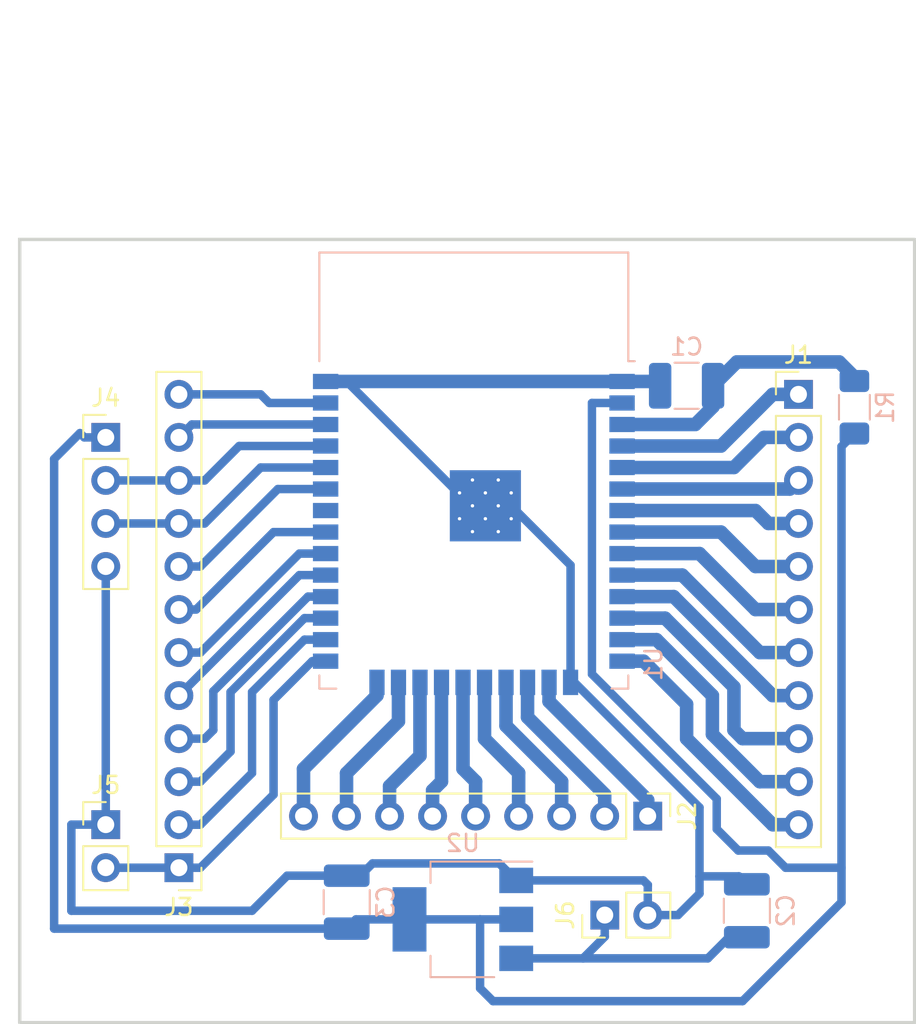
<source format=kicad_pcb>
(kicad_pcb (version 20221018) (generator pcbnew)
  (layers (0 "F.Cu" signal) (31 "B.Cu" signal) (34 "B.Paste" user) (35 "F.Paste" user) (36 "B.SilkS" user "B.Silkscreen") (37 "F.SilkS" user "F.Silkscreen") (38 "B.Mask" user) (39 "F.Mask" user) (44 "Edge.Cuts" user))
  (net 0 "")
  (net 1 "/EN")
  (net 2 "GND")
  (net 3 "/VIn")
  (net 4 "/3.3v")
  (net 6 "/VP")
  (net 7 "/VN")
  (net 8 "/34")
  (net 9 "/35")
  (net 10 "/32")
  (net 11 "/33")
  (net 12 "/25")
  (net 13 "/26")
  (net 14 "/27")
  (net 15 "/14")
  (net 16 "/12")
  (net 17 "/13")
  (net 18 "/SD2")
  (net 19 "/SD3")
  (net 20 "/CMD")
  (net 21 "/CLK")
  (net 22 "/SD0")
  (net 23 "/SD1")
  (net 24 "/15")
  (net 25 "/2")
  (net 26 "/0")
  (net 27 "/4")
  (net 28 "/16")
  (net 29 "/17")
  (net 30 "/5")
  (net 31 "/18")
  (net 32 "/19")
  (net 33 "/21")
  (net 34 "/3")
  (net 35 "/1")
  (net 36 "/22")
  (net 37 "/23")
  (footprint "Connector_PinHeader_2.54mm:PinHeader_1x09_P2.54mm_Vertical" (layer "F.Cu") (at 64.76 81.534 -90)
    (fp_text reference "J2" (at 0 -2.33 90) (layer "F.SilkS"))
    (fp_text value "Conn_01x09_Pin")
    (fp_line (start -1.33 -1.33) (end 0 -1.33) (stroke (width 0.12)) (layer "F.SilkS"))
    (fp_line (start -1.33 0) (end -1.33 -1.33) (stroke (width 0.12)) (layer "F.SilkS"))
    (fp_line (start -1.33 1.27) (end -1.33 21.65) (stroke (width 0.12)) (layer "F.SilkS"))
    (fp_line (start -1.33 1.27) (end 1.33 1.27) (stroke (width 0.12)) (layer "F.SilkS"))
    (fp_line (start -1.33 21.65) (end 1.33 21.65) (stroke (width 0.12)) (layer "F.SilkS"))
    (fp_line (start 1.33 1.27) (end 1.33 21.65) (stroke (width 0.12)) (layer "F.SilkS"))
    (pad "1" thru_hole rect (at 0 0 270) (size 1.7 1.7) (drill 1) (layers "*.Cu" "*.Mask") (net 17 "/13"))
    (pad "2" thru_hole oval (at 0 2.54 270) (size 1.7 1.7) (drill 1) (layers "*.Cu" "*.Mask") (net 18 "/SD2"))
    (pad "3" thru_hole oval (at 0 5.08 270) (size 1.7 1.7) (drill 1) (layers "*.Cu" "*.Mask") (net 19 "/SD3"))
    (pad "4" thru_hole oval (at 0 7.62 270) (size 1.7 1.7) (drill 1) (layers "*.Cu" "*.Mask") (net 20 "/CMD"))
    (pad "5" thru_hole oval (at 0 10.16 270) (size 1.7 1.7) (drill 1) (layers "*.Cu" "*.Mask") (net 21 "/CLK"))
    (pad "6" thru_hole oval (at 0 12.7 270) (size 1.7 1.7) (drill 1) (layers "*.Cu" "*.Mask") (net 22 "/SD0"))
    (pad "7" thru_hole oval (at 0 15.24 270) (size 1.7 1.7) (drill 1) (layers "*.Cu" "*.Mask") (net 23 "/SD1"))
    (pad "8" thru_hole oval (at 0 17.78 270) (size 1.7 1.7) (drill 1) (layers "*.Cu" "*.Mask") (net 24 "/15"))
    (pad "9" thru_hole oval (at 0 20.32 270) (size 1.7 1.7) (drill 1) (layers "*.Cu" "*.Mask") (net 25 "/2"))
  )
  (footprint "Connector_PinHeader_2.54mm:PinHeader_1x11_P2.54mm_Vertical" (layer "F.Cu") (at 73.66 56.642)
    (fp_text reference "J1" (at 0 -2.33) (layer "F.SilkS"))
    (fp_text value "Conn_01x11_Pin")
    (fp_line (start -1.33 -1.33) (end 0 -1.33) (stroke (width 0.12)) (layer "F.SilkS"))
    (fp_line (start -1.33 0) (end -1.33 -1.33) (stroke (width 0.12)) (layer "F.SilkS"))
    (fp_line (start -1.33 1.27) (end -1.33 26.73) (stroke (width 0.12)) (layer "F.SilkS"))
    (fp_line (start -1.33 1.27) (end 1.33 1.27) (stroke (width 0.12)) (layer "F.SilkS"))
    (fp_line (start -1.33 26.73) (end 1.33 26.73) (stroke (width 0.12)) (layer "F.SilkS"))
    (fp_line (start 1.33 1.27) (end 1.33 26.73) (stroke (width 0.12)) (layer "F.SilkS"))
    (pad "1" thru_hole rect (at 0 0) (size 1.7 1.7) (drill 1) (layers "*.Cu" "*.Mask") (net 6 "/VP"))
    (pad "2" thru_hole oval (at 0 2.54) (size 1.7 1.7) (drill 1) (layers "*.Cu" "*.Mask") (net 7 "/VN"))
    (pad "3" thru_hole oval (at 0 5.08) (size 1.7 1.7) (drill 1) (layers "*.Cu" "*.Mask") (net 8 "/34"))
    (pad "4" thru_hole oval (at 0 7.62) (size 1.7 1.7) (drill 1) (layers "*.Cu" "*.Mask") (net 9 "/35"))
    (pad "5" thru_hole oval (at 0 10.16) (size 1.7 1.7) (drill 1) (layers "*.Cu" "*.Mask") (net 10 "/32"))
    (pad "6" thru_hole oval (at 0 12.7) (size 1.7 1.7) (drill 1) (layers "*.Cu" "*.Mask") (net 11 "/33"))
    (pad "7" thru_hole oval (at 0 15.24) (size 1.7 1.7) (drill 1) (layers "*.Cu" "*.Mask") (net 12 "/25"))
    (pad "8" thru_hole oval (at 0 17.78) (size 1.7 1.7) (drill 1) (layers "*.Cu" "*.Mask") (net 13 "/26"))
    (pad "9" thru_hole oval (at 0 20.32) (size 1.7 1.7) (drill 1) (layers "*.Cu" "*.Mask") (net 14 "/27"))
    (pad "10" thru_hole oval (at 0 22.86) (size 1.7 1.7) (drill 1) (layers "*.Cu" "*.Mask") (net 15 "/14"))
    (pad "11" thru_hole oval (at 0 25.4) (size 1.7 1.7) (drill 1) (layers "*.Cu" "*.Mask") (net 16 "/12"))
  )
  (footprint "Connector_PinHeader_2.54mm:PinHeader_1x02_P2.54mm_Vertical" (layer "F.Cu") (at 32.766 82.037)
    (fp_text reference "J5" (at 0 -2.33) (layer "F.SilkS"))
    (fp_text value "Conn_01x02_Pin")
    (fp_line (start -1.33 -1.33) (end 0 -1.33) (stroke (width 0.12)) (layer "F.SilkS"))
    (fp_line (start -1.33 0) (end -1.33 -1.33) (stroke (width 0.12)) (layer "F.SilkS"))
    (fp_line (start -1.33 1.27) (end -1.33 3.87) (stroke (width 0.12)) (layer "F.SilkS"))
    (fp_line (start -1.33 1.27) (end 1.33 1.27) (stroke (width 0.12)) (layer "F.SilkS"))
    (fp_line (start -1.33 3.87) (end 1.33 3.87) (stroke (width 0.12)) (layer "F.SilkS"))
    (fp_line (start 1.33 1.27) (end 1.33 3.87) (stroke (width 0.12)) (layer "F.SilkS"))
    (pad "1" thru_hole rect (at 0 0) (size 1.7 1.7) (drill 1) (layers "*.Cu" "*.Mask") (net 2 "GND"))
    (pad "2" thru_hole oval (at 0 2.54) (size 1.7 1.7) (drill 1) (layers "*.Cu" "*.Mask") (net 26 "/0"))
  )
  (footprint "Connector_PinHeader_2.54mm:PinHeader_1x12_P2.54mm_Vertical" (layer "F.Cu") (at 37.084 84.582 180)
    (fp_text reference "J3" (at 0 -2.33) (layer "F.SilkS"))
    (fp_text value "Conn_01x12_Pin")
    (fp_line (start -1.33 -1.33) (end 0 -1.33) (stroke (width 0.12)) (layer "F.SilkS"))
    (fp_line (start -1.33 0) (end -1.33 -1.33) (stroke (width 0.12)) (layer "F.SilkS"))
    (fp_line (start -1.33 1.27) (end -1.33 29.27) (stroke (width 0.12)) (layer "F.SilkS"))
    (fp_line (start -1.33 1.27) (end 1.33 1.27) (stroke (width 0.12)) (layer "F.SilkS"))
    (fp_line (start -1.33 29.27) (end 1.33 29.27) (stroke (width 0.12)) (layer "F.SilkS"))
    (fp_line (start 1.33 1.27) (end 1.33 29.27) (stroke (width 0.12)) (layer "F.SilkS"))
    (pad "1" thru_hole rect (at 0 0 180) (size 1.7 1.7) (drill 1) (layers "*.Cu" "*.Mask") (net 26 "/0"))
    (pad "2" thru_hole oval (at 0 2.54 180) (size 1.7 1.7) (drill 1) (layers "*.Cu" "*.Mask") (net 27 "/4"))
    (pad "3" thru_hole oval (at 0 5.08 180) (size 1.7 1.7) (drill 1) (layers "*.Cu" "*.Mask") (net 28 "/16"))
    (pad "4" thru_hole oval (at 0 7.62 180) (size 1.7 1.7) (drill 1) (layers "*.Cu" "*.Mask") (net 29 "/17"))
    (pad "5" thru_hole oval (at 0 10.16 180) (size 1.7 1.7) (drill 1) (layers "*.Cu" "*.Mask") (net 30 "/5"))
    (pad "6" thru_hole oval (at 0 12.7 180) (size 1.7 1.7) (drill 1) (layers "*.Cu" "*.Mask") (net 31 "/18"))
    (pad "7" thru_hole oval (at 0 15.24 180) (size 1.7 1.7) (drill 1) (layers "*.Cu" "*.Mask") (net 32 "/19"))
    (pad "8" thru_hole oval (at 0 17.78 180) (size 1.7 1.7) (drill 1) (layers "*.Cu" "*.Mask") (net 33 "/21"))
    (pad "9" thru_hole oval (at 0 20.32 180) (size 1.7 1.7) (drill 1) (layers "*.Cu" "*.Mask") (net 34 "/3"))
    (pad "10" thru_hole oval (at 0 22.86 180) (size 1.7 1.7) (drill 1) (layers "*.Cu" "*.Mask") (net 35 "/1"))
    (pad "11" thru_hole oval (at 0 25.4 180) (size 1.7 1.7) (drill 1) (layers "*.Cu" "*.Mask") (net 36 "/22"))
    (pad "12" thru_hole oval (at 0 27.94 180) (size 1.7 1.7) (drill 1) (layers "*.Cu" "*.Mask") (net 37 "/23"))
  )
  (footprint "Connector_PinHeader_2.54mm:PinHeader_1x04_P2.54mm_Vertical" (layer "F.Cu") (at 32.766 59.182)
    (fp_text reference "J4" (at 0 -2.33) (layer "F.SilkS"))
    (fp_text value "Conn_01x04_Pin")
    (fp_line (start -1.33 -1.33) (end 0 -1.33) (stroke (width 0.12)) (layer "F.SilkS"))
    (fp_line (start -1.33 0) (end -1.33 -1.33) (stroke (width 0.12)) (layer "F.SilkS"))
    (fp_line (start -1.33 1.27) (end -1.33 8.95) (stroke (width 0.12)) (layer "F.SilkS"))
    (fp_line (start -1.33 1.27) (end 1.33 1.27) (stroke (width 0.12)) (layer "F.SilkS"))
    (fp_line (start -1.33 8.95) (end 1.33 8.95) (stroke (width 0.12)) (layer "F.SilkS"))
    (fp_line (start 1.33 1.27) (end 1.33 8.95) (stroke (width 0.12)) (layer "F.SilkS"))
    (pad "1" thru_hole rect (at 0 0) (size 1.7 1.7) (drill 1) (layers "*.Cu" "*.Mask") (net 4 "/3.3v"))
    (pad "2" thru_hole oval (at 0 2.54) (size 1.7 1.7) (drill 1) (layers "*.Cu" "*.Mask") (net 35 "/1"))
    (pad "3" thru_hole oval (at 0 5.08) (size 1.7 1.7) (drill 1) (layers "*.Cu" "*.Mask") (net 34 "/3"))
    (pad "4" thru_hole oval (at 0 7.62) (size 1.7 1.7) (drill 1) (layers "*.Cu" "*.Mask") (net 2 "GND"))
  )
  (footprint "Connector_PinHeader_2.54mm:PinHeader_1x02_P2.54mm_Vertical" (layer "F.Cu") (at 62.225 87.376 90)
    (fp_text reference "J6" (at 0 -2.33 90) (layer "F.SilkS"))
    (fp_text value "Conn_01x02_Pin")
    (fp_line (start -1.33 -1.33) (end 0 -1.33) (stroke (width 0.12)) (layer "F.SilkS"))
    (fp_line (start -1.33 0) (end -1.33 -1.33) (stroke (width 0.12)) (layer "F.SilkS"))
    (fp_line (start -1.33 1.27) (end -1.33 3.87) (stroke (width 0.12)) (layer "F.SilkS"))
    (fp_line (start -1.33 1.27) (end 1.33 1.27) (stroke (width 0.12)) (layer "F.SilkS"))
    (fp_line (start -1.33 3.87) (end 1.33 3.87) (stroke (width 0.12)) (layer "F.SilkS"))
    (fp_line (start 1.33 1.27) (end 1.33 3.87) (stroke (width 0.12)) (layer "F.SilkS"))
    (pad "1" thru_hole rect (at 0 0 90) (size 1.7 1.7) (drill 1) (layers "*.Cu" "*.Mask") (net 3 "/VIn"))
    (pad "2" thru_hole oval (at 0 2.54 90) (size 1.7 1.7) (drill 1) (layers "*.Cu" "*.Mask") (net 2 "GND"))
  )
  (footprint "Capacitor_SMD:C_1210_3225Metric_Pad1.33x2.70mm_HandSolder" (layer "B.Cu") (at 67.056 56.134 180)
    (fp_text reference "C1" (at 0 2.3) (layer "B.SilkS") (effects (justify mirror)))
    (fp_text value "1uf")
    (fp_line (start -0.711252 -1.36) (end 0.711252 -1.36) (stroke (width 0.12)) (layer "B.SilkS"))
    (fp_line (start -0.711252 1.36) (end 0.711252 1.36) (stroke (width 0.12)) (layer "B.SilkS"))
    (pad "1" smd roundrect (at -1.5625 0 180) (size 1.325 2.7) (layers "B.Cu" "B.Paste" "B.Mask") (roundrect_rratio 0.188679) (net 1 "/EN"))
    (pad "2" smd roundrect (at 1.5625 0 180) (size 1.325 2.7) (layers "B.Cu" "B.Paste" "B.Mask") (roundrect_rratio 0.188679) (net 2 "GND"))
  )
  (footprint "Resistor_SMD:R_1206_3216Metric_Pad1.30x1.75mm_HandSolder" (layer "B.Cu") (at 76.962 57.404 90)
    (fp_text reference "R1" (at 0 1.82 90) (layer "B.SilkS") (effects (justify mirror)))
    (fp_text value "10k")
    (fp_line (start -0.727064 -0.91) (end 0.727064 -0.91) (stroke (width 0.12)) (layer "B.SilkS"))
    (fp_line (start -0.727064 0.91) (end 0.727064 0.91) (stroke (width 0.12)) (layer "B.SilkS"))
    (pad "1" smd roundrect (at -1.55 0 90) (size 1.3 1.75) (layers "B.Cu" "B.Paste" "B.Mask") (roundrect_rratio 0.192308) (net 4 "/3.3v"))
    (pad "2" smd roundrect (at 1.55 0 90) (size 1.3 1.75) (layers "B.Cu" "B.Paste" "B.Mask") (roundrect_rratio 0.192308) (net 1 "/EN"))
  )
  (footprint "Capacitor_SMD:C_1210_3225Metric_Pad1.33x2.70mm_HandSolder" (layer "B.Cu") (at 46.99 86.614 90)
    (fp_text reference "C3" (at 0 2.3 90) (layer "B.SilkS") (effects (justify mirror)))
    (fp_text value "C_Polarized")
    (fp_line (start -0.711252 -1.36) (end 0.711252 -1.36) (stroke (width 0.12)) (layer "B.SilkS"))
    (fp_line (start -0.711252 1.36) (end 0.711252 1.36) (stroke (width 0.12)) (layer "B.SilkS"))
    (pad "1" smd roundrect (at -1.5625 0 90) (size 1.325 2.7) (layers "B.Cu" "B.Paste" "B.Mask") (roundrect_rratio 0.188679) (net 4 "/3.3v"))
    (pad "2" smd roundrect (at 1.5625 0 90) (size 1.325 2.7) (layers "B.Cu" "B.Paste" "B.Mask") (roundrect_rratio 0.188679) (net 2 "GND"))
  )
  (footprint "Capacitor_SMD:C_1210_3225Metric_Pad1.33x2.70mm_HandSolder" (layer "B.Cu") (at 70.612 87.122 90)
    (fp_text reference "C2" (at 0 2.3 90) (layer "B.SilkS") (effects (justify mirror)))
    (fp_text value "C_Polarized")
    (fp_line (start -0.711252 -1.36) (end 0.711252 -1.36) (stroke (width 0.12)) (layer "B.SilkS"))
    (fp_line (start -0.711252 1.36) (end 0.711252 1.36) (stroke (width 0.12)) (layer "B.SilkS"))
    (pad "1" smd roundrect (at -1.5625 0 90) (size 1.325 2.7) (layers "B.Cu" "B.Paste" "B.Mask") (roundrect_rratio 0.188679) (net 3 "/VIn"))
    (pad "2" smd roundrect (at 1.5625 0 90) (size 1.325 2.7) (layers "B.Cu" "B.Paste" "B.Mask") (roundrect_rratio 0.188679) (net 2 "GND"))
  )
  (footprint "Package_TO_SOT_SMD:SOT-223-3_TabPin2" (layer "B.Cu") (at 53.848 87.63 180)
    (fp_text reference "U2" (at 0 4.5) (layer "B.SilkS") (effects (justify mirror)))
    (fp_text value "AMS1117-3.3")
    (fp_line (start -4.1 3.41) (end 1.91 3.41) (stroke (width 0.12)) (layer "B.SilkS"))
    (fp_line (start -1.85 -3.41) (end 1.91 -3.41) (stroke (width 0.12)) (layer "B.SilkS"))
    (fp_line (start 1.91 -3.41) (end 1.91 -2.15) (stroke (width 0.12)) (layer "B.SilkS"))
    (fp_line (start 1.91 3.41) (end 1.91 2.15) (stroke (width 0.12)) (layer "B.SilkS"))
    (pad "1" smd rect (at -3.15 2.3 180) (size 2 1.5) (layers "B.Cu" "B.Paste" "B.Mask") (net 2 "GND"))
    (pad "2" smd rect (at -3.15 0 180) (size 2 1.5) (layers "B.Cu" "B.Paste" "B.Mask") (net 4 "/3.3v"))
    (pad "2" smd rect (at 3.15 0 180) (size 2 3.8) (layers "B.Cu" "B.Paste" "B.Mask") (net 4 "/3.3v"))
    (pad "3" smd rect (at -3.15 -2.3 180) (size 2 1.5) (layers "B.Cu" "B.Paste" "B.Mask") (net 3 "/VIn"))
  )
  (footprint "RF_Module:ESP32-WROOM-32" (layer "B.Cu") (at 54.496 64.13 180)
    (fp_text reference "U1" (at -10.61 -8.43 90) (layer "B.SilkS") (effects (justify mirror)))
    (fp_text value "ESP32-WROOM-32")
    (fp_line (start -9.12 -9.88) (end -8.12 -9.88) (stroke (width 0.12)) (layer "B.SilkS"))
    (fp_line (start -9.12 -9.1) (end -9.12 -9.88) (stroke (width 0.12)) (layer "B.SilkS"))
    (fp_line (start -9.12 9.445) (end -9.5 9.445) (stroke (width 0.12)) (layer "B.SilkS"))
    (fp_line (start -9.12 15.86) (end -9.12 9.445) (stroke (width 0.12)) (layer "B.SilkS"))
    (fp_line (start -9.12 15.86) (end 9.12 15.86) (stroke (width 0.12)) (layer "B.SilkS"))
    (fp_line (start 9.12 -9.88) (end 8.12 -9.88) (stroke (width 0.12)) (layer "B.SilkS"))
    (fp_line (start 9.12 -9.1) (end 9.12 -9.88) (stroke (width 0.12)) (layer "B.SilkS"))
    (fp_line (start 9.12 15.86) (end 9.12 9.445) (stroke (width 0.12)) (layer "B.SilkS"))
    (pad "1" smd rect (at -8.75 8.25 180) (size 1.5 0.9) (layers "B.Cu" "B.Paste" "B.Mask") (net 2 "GND"))
    (pad "2" smd rect (at -8.75 6.98 180) (size 1.5 0.9) (layers "B.Cu" "B.Paste" "B.Mask") (net 4 "/3.3v"))
    (pad "3" smd rect (at -8.75 5.71 180) (size 1.5 0.9) (layers "B.Cu" "B.Paste" "B.Mask") (net 1 "/EN"))
    (pad "4" smd rect (at -8.75 4.44 180) (size 1.5 0.9) (layers "B.Cu" "B.Paste" "B.Mask") (net 6 "/VP"))
    (pad "5" smd rect (at -8.75 3.17 180) (size 1.5 0.9) (layers "B.Cu" "B.Paste" "B.Mask") (net 7 "/VN"))
    (pad "6" smd rect (at -8.75 1.9 180) (size 1.5 0.9) (layers "B.Cu" "B.Paste" "B.Mask") (net 8 "/34"))
    (pad "7" smd rect (at -8.75 0.63 180) (size 1.5 0.9) (layers "B.Cu" "B.Paste" "B.Mask") (net 9 "/35"))
    (pad "8" smd rect (at -8.75 -0.64 180) (size 1.5 0.9) (layers "B.Cu" "B.Paste" "B.Mask") (net 10 "/32"))
    (pad "9" smd rect (at -8.75 -1.91 180) (size 1.5 0.9) (layers "B.Cu" "B.Paste" "B.Mask") (net 11 "/33"))
    (pad "10" smd rect (at -8.75 -3.18 180) (size 1.5 0.9) (layers "B.Cu" "B.Paste" "B.Mask") (net 12 "/25"))
    (pad "11" smd rect (at -8.75 -4.45 180) (size 1.5 0.9) (layers "B.Cu" "B.Paste" "B.Mask") (net 13 "/26"))
    (pad "12" smd rect (at -8.75 -5.72 180) (size 1.5 0.9) (layers "B.Cu" "B.Paste" "B.Mask") (net 14 "/27"))
    (pad "13" smd rect (at -8.75 -6.99 180) (size 1.5 0.9) (layers "B.Cu" "B.Paste" "B.Mask") (net 15 "/14"))
    (pad "14" smd rect (at -8.75 -8.26 180) (size 1.5 0.9) (layers "B.Cu" "B.Paste" "B.Mask") (net 16 "/12"))
    (pad "15" smd rect (at -5.71 -9.51 90) (size 1.5 0.9) (layers "B.Cu" "B.Paste" "B.Mask") (net 2 "GND"))
    (pad "16" smd rect (at -4.44 -9.51 90) (size 1.5 0.9) (layers "B.Cu" "B.Paste" "B.Mask") (net 17 "/13"))
    (pad "17" smd rect (at -3.17 -9.51 90) (size 1.5 0.9) (layers "B.Cu" "B.Paste" "B.Mask") (net 18 "/SD2"))
    (pad "18" smd rect (at -1.9 -9.51 90) (size 1.5 0.9) (layers "B.Cu" "B.Paste" "B.Mask") (net 19 "/SD3"))
    (pad "19" smd rect (at -0.63 -9.51 90) (size 1.5 0.9) (layers "B.Cu" "B.Paste" "B.Mask") (net 20 "/CMD"))
    (pad "20" smd rect (at 0.64 -9.51 90) (size 1.5 0.9) (layers "B.Cu" "B.Paste" "B.Mask") (net 21 "/CLK"))
    (pad "21" smd rect (at 1.91 -9.51 90) (size 1.5 0.9) (layers "B.Cu" "B.Paste" "B.Mask") (net 22 "/SD0"))
    (pad "22" smd rect (at 3.18 -9.51 90) (size 1.5 0.9) (layers "B.Cu" "B.Paste" "B.Mask") (net 23 "/SD1"))
    (pad "23" smd rect (at 4.45 -9.51 90) (size 1.5 0.9) (layers "B.Cu" "B.Paste" "B.Mask") (net 24 "/15"))
    (pad "24" smd rect (at 5.72 -9.51 90) (size 1.5 0.9) (layers "B.Cu" "B.Paste" "B.Mask") (net 25 "/2"))
    (pad "25" smd rect (at 8.75 -8.26 180) (size 1.5 0.9) (layers "B.Cu" "B.Paste" "B.Mask") (net 26 "/0"))
    (pad "26" smd rect (at 8.75 -6.99 180) (size 1.5 0.9) (layers "B.Cu" "B.Paste" "B.Mask") (net 27 "/4"))
    (pad "27" smd rect (at 8.75 -5.72 180) (size 1.5 0.9) (layers "B.Cu" "B.Paste" "B.Mask") (net 28 "/16"))
    (pad "28" smd rect (at 8.75 -4.45 180) (size 1.5 0.9) (layers "B.Cu" "B.Paste" "B.Mask") (net 29 "/17"))
    (pad "29" smd rect (at 8.75 -3.18 180) (size 1.5 0.9) (layers "B.Cu" "B.Paste" "B.Mask") (net 30 "/5"))
    (pad "30" smd rect (at 8.75 -1.91 180) (size 1.5 0.9) (layers "B.Cu" "B.Paste" "B.Mask") (net 31 "/18"))
    (pad "31" smd rect (at 8.75 -0.64 180) (size 1.5 0.9) (layers "B.Cu" "B.Paste" "B.Mask") (net 32 "/19"))
    (pad "32" smd rect (at 8.75 0.63 180) (size 1.5 0.9) (layers "B.Cu" "B.Paste" "B.Mask"))
    (pad "33" smd rect (at 8.75 1.9 180) (size 1.5 0.9) (layers "B.Cu" "B.Paste" "B.Mask") (net 33 "/21"))
    (pad "34" smd rect (at 8.75 3.17 180) (size 1.5 0.9) (layers "B.Cu" "B.Paste" "B.Mask") (net 34 "/3"))
    (pad "35" smd rect (at 8.75 4.44 180) (size 1.5 0.9) (layers "B.Cu" "B.Paste" "B.Mask") (net 35 "/1"))
    (pad "36" smd rect (at 8.75 5.71 180) (size 1.5 0.9) (layers "B.Cu" "B.Paste" "B.Mask") (net 36 "/22"))
    (pad "37" smd rect (at 8.75 6.98 180) (size 1.5 0.9) (layers "B.Cu" "B.Paste" "B.Mask") (net 37 "/23"))
    (pad "38" smd rect (at 8.75 8.25 180) (size 1.5 0.9) (layers "B.Cu" "B.Paste" "B.Mask") (net 2 "GND"))
    (pad "39" smd rect (at -2.205 -0.615 180) (size 1.05 1.05) (layers "B.Cu" "B.Paste") (net 2 "GND"))
    (pad "39" thru_hole circle (at -2.205 0.1475 180) (size 0.6 0.6) (drill 0.2) (property pad_prop_heatsink) (layers "*.Cu" "B.Mask") (net 2 "GND"))
    (pad "39" smd rect (at -2.205 0.91 180) (size 1.05 1.05) (layers "B.Cu" "B.Paste") (net 2 "GND"))
    (pad "39" thru_hole circle (at -2.205 1.6725 180) (size 0.6 0.6) (drill 0.2) (property pad_prop_heatsink) (layers "*.Cu" "B.Mask") (net 2 "GND"))
    (pad "39" smd rect (at -2.205 2.435 180) (size 1.05 1.05) (layers "B.Cu" "B.Paste") (net 2 "GND"))
    (pad "39" thru_hole circle (at -1.4425 -0.615 180) (size 0.6 0.6) (drill 0.2) (property pad_prop_heatsink) (layers "*.Cu" "B.Mask") (net 2 "GND"))
    (pad "39" thru_hole circle (at -1.4425 0.91 180) (size 0.6 0.6) (drill 0.2) (property pad_prop_heatsink) (layers "*.Cu" "B.Mask") (net 2 "GND"))
    (pad "39" thru_hole circle (at -1.4425 2.435 180) (size 0.6 0.6) (drill 0.2) (property pad_prop_heatsink) (layers "*.Cu" "B.Mask") (net 2 "GND"))
    (pad "39" smd rect (at -0.68 -0.615 180) (size 1.05 1.05) (layers "B.Cu" "B.Paste") (net 2 "GND"))
    (pad "39" thru_hole circle (at -0.68 0.1475 180) (size 0.6 0.6) (drill 0.2) (property pad_prop_heatsink) (layers "*.Cu" "B.Mask") (net 2 "GND"))
    (pad "39" smd rect (at -0.68 0.91 180) (size 1.05 1.05) (layers "B.Cu" "B.Paste") (net 2 "GND"))
    (pad "39" smd rect (at -0.68 0.91 180) (size 4.2 4.2) (layers "B.Cu" "B.Mask") (net 2 "GND"))
    (pad "39" thru_hole circle (at -0.68 1.6725 180) (size 0.6 0.6) (drill 0.2) (property pad_prop_heatsink) (layers "*.Cu" "B.Mask") (net 2 "GND"))
    (pad "39" smd rect (at -0.68 2.435 180) (size 1.05 1.05) (layers "B.Cu" "B.Paste") (net 2 "GND"))
    (pad "39" thru_hole circle (at 0.0825 -0.615 180) (size 0.6 0.6) (drill 0.2) (property pad_prop_heatsink) (layers "*.Cu" "B.Mask") (net 2 "GND"))
    (pad "39" thru_hole circle (at 0.0825 0.91 180) (size 0.6 0.6) (drill 0.2) (property pad_prop_heatsink) (layers "*.Cu" "B.Mask") (net 2 "GND"))
    (pad "39" thru_hole circle (at 0.0825 2.435 180) (size 0.6 0.6) (drill 0.2) (property pad_prop_heatsink) (layers "*.Cu" "B.Mask") (net 2 "GND"))
    (pad "39" smd rect (at 0.845 -0.615 180) (size 1.05 1.05) (layers "B.Cu" "B.Paste") (net 2 "GND"))
    (pad "39" thru_hole circle (at 0.845 0.1475 180) (size 0.6 0.6) (drill 0.2) (property pad_prop_heatsink) (layers "*.Cu" "B.Mask") (net 2 "GND"))
    (pad "39" smd rect (at 0.845 0.91 180) (size 1.05 1.05) (layers "B.Cu" "B.Paste") (net 2 "GND"))
    (pad "39" thru_hole circle (at 0.845 1.6725 180) (size 0.6 0.6) (drill 0.2) (property pad_prop_heatsink) (layers "*.Cu" "B.Mask") (net 2 "GND"))
    (pad "39" smd rect (at 0.845 2.435 180) (size 1.05 1.05) (layers "B.Cu" "B.Paste") (net 2 "GND"))
  )
  (gr_rect (start 27.686 47.498) (end 80.518 93.726) (stroke (width 0.2)) (fill none) (layer "Edge.Cuts"))
  (segment (start 76.066 54.73) (end 76.962 55.626) (width 0.8) (layer "B.Cu") (net 1))
  (segment (start 67.564 58.42) (end 68.6185 57.3655) (width 0.8) (layer "B.Cu") (net 1))
  (segment (start 68.6185 56.134) (end 70.0225 54.73) (width 0.8) (layer "B.Cu") (net 1))
  (segment (start 63.246 58.42) (end 67.564 58.42) (width 0.8) (layer "B.Cu") (net 1))
  (segment (start 68.6185 57.3655) (end 68.6185 56.134) (width 0.8) (layer "B.Cu") (net 1))
  (segment (start 76.962 55.626) (end 76.962 55.854) (width 0.8) (layer "B.Cu") (net 1))
  (segment (start 70.0225 54.73) (end 76.066 54.73) (width 0.8) (layer "B.Cu") (net 1))
  (segment (start 46.99 85.0515) (end 43.4725 85.0515) (width 0.5) (layer "B.Cu") (net 2))
  (segment (start 64.765 87.376) (end 64.765 85.603) (width 0.5) (layer "B.Cu") (net 2))
  (segment (start 32.766 66.802) (end 32.766 82.037) (width 0.5) (layer "B.Cu") (net 2))
  (segment (start 64.77 85.598) (end 64.502 85.33) (width 0.5) (layer "B.Cu") (net 2))
  (segment (start 64.765 85.603) (end 64.77 85.598) (width 0.5) (layer "B.Cu") (net 2))
  (segment (start 30.734 87.122) (end 30.734 82.042) (width 0.5) (layer "B.Cu") (net 2))
  (segment (start 45.746 55.88) (end 46.99 55.88) (width 0.5) (layer "B.Cu") (net 2))
  (segment (start 60.206 66.725) (end 56.701 63.22) (width 0.5) (layer "B.Cu") (net 2))
  (segment (start 60.432 73.64) (end 60.206 73.64) (width 0.5) (layer "B.Cu") (net 2))
  (segment (start 67.818 85.09) (end 70.1425 85.09) (width 0.5) (layer "B.Cu") (net 2))
  (segment (start 43.4725 85.0515) (end 41.402 87.122) (width 0.5) (layer "B.Cu") (net 2))
  (segment (start 60.206 73.64) (end 60.206 66.725) (width 0.5) (layer "B.Cu") (net 2))
  (segment (start 46.99 55.88) (end 54.33 63.22) (width 0.5) (layer "B.Cu") (net 2))
  (segment (start 55.996 84.328) (end 56.998 85.33) (width 0.5) (layer "B.Cu") (net 2))
  (segment (start 46.99 85.0515) (end 47.7905 85.0515) (width 0.5) (layer "B.Cu") (net 2))
  (segment (start 64.765 87.376) (end 66.548 87.376) (width 0.5) (layer "B.Cu") (net 2))
  (segment (start 67.818 81.026) (end 60.432 73.64) (width 0.5) (layer "B.Cu") (net 2))
  (segment (start 48.514 84.328) (end 55.996 84.328) (width 0.5) (layer "B.Cu") (net 2))
  (segment (start 41.402 87.122) (end 30.734 87.122) (width 0.5) (layer "B.Cu") (net 2))
  (segment (start 67.818 85.09) (end 67.818 81.026) (width 0.5) (layer "B.Cu") (net 2))
  (segment (start 30.734 82.042) (end 30.739 82.037) (width 0.5) (layer "B.Cu") (net 2))
  (segment (start 30.739 82.037) (end 32.766 82.037) (width 0.5) (layer "B.Cu") (net 2))
  (segment (start 54.33 63.22) (end 55.176 63.22) (width 0.5) (layer "B.Cu") (net 2))
  (segment (start 70.1425 85.09) (end 70.612 85.5595) (width 0.5) (layer "B.Cu") (net 2))
  (segment (start 65.2395 55.88) (end 63.246 55.88) (width 0.8) (layer "B.Cu") (net 2))
  (segment (start 63.246 55.88) (end 45.746 55.88) (width 0.8) (layer "B.Cu") (net 2))
  (segment (start 66.548 87.376) (end 67.818 86.106) (width 0.5) (layer "B.Cu") (net 2))
  (segment (start 67.818 86.106) (end 67.818 85.09) (width 0.5) (layer "B.Cu") (net 2))
  (segment (start 47.7905 85.0515) (end 48.514 84.328) (width 0.5) (layer "B.Cu") (net 2))
  (segment (start 65.4935 56.134) (end 65.2395 55.88) (width 0.8) (layer "B.Cu") (net 2))
  (segment (start 64.502 85.33) (end 56.998 85.33) (width 0.5) (layer "B.Cu") (net 2))
  (segment (start 62.225 87.376) (end 62.225 88.651) (width 0.5) (layer "B.Cu") (net 3))
  (segment (start 69.5575 88.6845) (end 68.312 89.93) (width 0.5) (layer "B.Cu") (net 3))
  (segment (start 70.612 88.6845) (end 69.5575 88.6845) (width 0.5) (layer "B.Cu") (net 3))
  (segment (start 60.946 89.93) (end 56.998 89.93) (width 0.5) (layer "B.Cu") (net 3))
  (segment (start 68.312 89.93) (end 60.946 89.93) (width 0.5) (layer "B.Cu") (net 3))
  (segment (start 62.225 88.651) (end 60.946 89.93) (width 0.5) (layer "B.Cu") (net 3))
  (segment (start 70.358 92.456) (end 76.2 86.614) (width 0.5) (layer "B.Cu") (net 4))
  (segment (start 29.718 60.452) (end 31.242 58.928) (width 0.5) (layer "B.Cu") (net 4))
  (segment (start 50.698 87.63) (end 47.5365 87.63) (width 0.5) (layer "B.Cu") (net 4))
  (segment (start 76.2 59.716) (end 76.962 58.954) (width 0.5) (layer "B.Cu") (net 4))
  (segment (start 47.5365 87.63) (end 46.99 88.1765) (width 0.5) (layer "B.Cu") (net 4))
  (segment (start 55.626 92.456) (end 70.358 92.456) (width 0.5) (layer "B.Cu") (net 4))
  (segment (start 76.2 84.582) (end 72.898 84.582) (width 0.5) (layer "B.Cu") (net 4))
  (segment (start 71.882 83.566) (end 70.104 83.566) (width 0.5) (layer "B.Cu") (net 4))
  (segment (start 31.242 58.928) (end 31.496 59.182) (width 0.5) (layer "B.Cu") (net 4))
  (segment (start 68.834 80.518) (end 61.468 73.152) (width 0.5) (layer "B.Cu") (net 4))
  (segment (start 31.496 59.182) (end 32.766 59.182) (width 0.5) (layer "B.Cu") (net 4))
  (segment (start 54.864 87.63) (end 54.864 91.694) (width 0.5) (layer "B.Cu") (net 4))
  (segment (start 76.2 86.614) (end 76.2 84.582) (width 0.5) (layer "B.Cu") (net 4))
  (segment (start 46.99 88.1765) (end 29.718 88.1765) (width 0.5) (layer "B.Cu") (net 4))
  (segment (start 29.718 88.1765) (end 29.718 60.452) (width 0.5) (layer "B.Cu") (net 4))
  (segment (start 61.468 73.152) (end 61.468 57.15) (width 0.5) (layer "B.Cu") (net 4))
  (segment (start 68.834 82.296) (end 68.834 80.518) (width 0.5) (layer "B.Cu") (net 4))
  (segment (start 56.998 87.63) (end 54.864 87.63) (width 0.5) (layer "B.Cu") (net 4))
  (segment (start 72.898 84.582) (end 71.882 83.566) (width 0.5) (layer "B.Cu") (net 4))
  (segment (start 54.864 87.63) (end 50.698 87.63) (width 0.5) (layer "B.Cu") (net 4))
  (segment (start 54.864 91.694) (end 55.626 92.456) (width 0.5) (layer "B.Cu") (net 4))
  (segment (start 76.2 84.582) (end 76.2 59.716) (width 0.5) (layer "B.Cu") (net 4))
  (segment (start 70.104 83.566) (end 68.834 82.296) (width 0.5) (layer "B.Cu") (net 4))
  (segment (start 61.468 57.15) (end 63.246 57.15) (width 0.5) (layer "B.Cu") (net 4))
  (segment (start 69.088 59.69) (end 72.136 56.642) (width 0.8) (layer "B.Cu") (net 6))
  (segment (start 72.136 56.642) (end 73.66 56.642) (width 0.8) (layer "B.Cu") (net 6))
  (segment (start 63.246 59.69) (end 69.088 59.69) (width 0.8) (layer "B.Cu") (net 6))
  (segment (start 71.628 59.182) (end 73.66 59.182) (width 0.8) (layer "B.Cu") (net 7))
  (segment (start 69.85 60.96) (end 71.628 59.182) (width 0.8) (layer "B.Cu") (net 7))
  (segment (start 63.246 60.96) (end 69.85 60.96) (width 0.8) (layer "B.Cu") (net 7))
  (segment (start 63.246 62.23) (end 73.152 62.23) (width 0.8) (layer "B.Cu") (net 8))
  (segment (start 73.152 62.23) (end 73.66 61.722) (width 0.8) (layer "B.Cu") (net 8))
  (segment (start 71.12 63.5) (end 71.882 64.262) (width 0.8) (layer "B.Cu") (net 9))
  (segment (start 63.246 63.5) (end 71.12 63.5) (width 0.8) (layer "B.Cu") (net 9))
  (segment (start 71.882 64.262) (end 73.66 64.262) (width 0.8) (layer "B.Cu") (net 9))
  (segment (start 69.088 64.77) (end 63.246 64.77) (width 0.8) (layer "B.Cu") (net 10))
  (segment (start 71.12 66.802) (end 69.088 64.77) (width 0.8) (layer "B.Cu") (net 10))
  (segment (start 73.66 66.802) (end 71.12 66.802) (width 0.8) (layer "B.Cu") (net 10))
  (segment (start 71.12 69.342) (end 73.66 69.342) (width 0.8) (layer "B.Cu") (net 11))
  (segment (start 63.246 66.04) (end 67.818 66.04) (width 0.8) (layer "B.Cu") (net 11))
  (segment (start 67.818 66.04) (end 71.12 69.342) (width 0.8) (layer "B.Cu") (net 11))
  (segment (start 73.66 71.882) (end 71.374 71.882) (width 0.8) (layer "B.Cu") (net 12))
  (segment (start 71.374 71.882) (end 66.802 67.31) (width 0.8) (layer "B.Cu") (net 12))
  (segment (start 66.802 67.31) (end 63.246 67.31) (width 0.8) (layer "B.Cu") (net 12))
  (segment (start 63.246 68.58) (end 66.294 68.58) (width 0.8) (layer "B.Cu") (net 13))
  (segment (start 72.136 74.422) (end 73.66 74.422) (width 0.8) (layer "B.Cu") (net 13))
  (segment (start 66.294 68.58) (end 72.136 74.422) (width 0.8) (layer "B.Cu") (net 13))
  (segment (start 73.66 76.962) (end 70.358 76.962) (width 0.8) (layer "B.Cu") (net 14))
  (segment (start 70.358 76.962) (end 69.85 76.454) (width 0.8) (layer "B.Cu") (net 14))
  (segment (start 69.85 73.914) (end 65.786 69.85) (width 0.8) (layer "B.Cu") (net 14))
  (segment (start 65.786 69.85) (end 63.246 69.85) (width 0.8) (layer "B.Cu") (net 14))
  (segment (start 69.85 76.454) (end 69.85 73.914) (width 0.8) (layer "B.Cu") (net 14))
  (segment (start 71.374 79.502) (end 73.66 79.502) (width 0.8) (layer "B.Cu") (net 15))
  (segment (start 65.278 71.12) (end 68.58 74.422) (width 0.8) (layer "B.Cu") (net 15))
  (segment (start 63.246 71.12) (end 65.278 71.12) (width 0.8) (layer "B.Cu") (net 15))
  (segment (start 68.58 76.708) (end 71.374 79.502) (width 0.8) (layer "B.Cu") (net 15))
  (segment (start 68.58 74.422) (end 68.58 76.708) (width 0.8) (layer "B.Cu") (net 15))
  (segment (start 67.056 74.93) (end 64.516 72.39) (width 0.8) (layer "B.Cu") (net 16))
  (segment (start 73.66 82.042) (end 72.136 82.042) (width 0.8) (layer "B.Cu") (net 16))
  (segment (start 67.056 76.962) (end 67.056 74.93) (width 0.8) (layer "B.Cu") (net 16))
  (segment (start 64.516 72.39) (end 63.246 72.39) (width 0.8) (layer "B.Cu") (net 16))
  (segment (start 72.136 82.042) (end 67.056 76.962) (width 0.8) (layer "B.Cu") (net 16))
  (segment (start 58.936 74.77) (end 58.936 73.64) (width 0.8) (layer "B.Cu") (net 17))
  (segment (start 64.76 81.534) (end 64.76 80.594) (width 0.8) (layer "B.Cu") (net 17))
  (segment (start 64.76 80.594) (end 58.936 74.77) (width 0.8) (layer "B.Cu") (net 17))
  (segment (start 62.22 80.254) (end 62.22 81.534) (width 0.8) (layer "B.Cu") (net 18))
  (segment (start 57.666 73.64) (end 57.666 75.7) (width 0.8) (layer "B.Cu") (net 18))
  (segment (start 57.666 75.7) (end 62.22 80.254) (width 0.8) (layer "B.Cu") (net 18))
  (segment (start 59.68 79.492) (end 59.68 81.534) (width 0.8) (layer "B.Cu") (net 19))
  (segment (start 56.396 76.208) (end 59.68 79.492) (width 0.8) (layer "B.Cu") (net 19))
  (segment (start 56.396 73.64) (end 56.396 76.208) (width 0.8) (layer "B.Cu") (net 19))
  (segment (start 57.14 78.984) (end 57.14 81.534) (width 0.8) (layer "B.Cu") (net 20))
  (segment (start 55.126 73.64) (end 55.126 76.97) (width 0.8) (layer "B.Cu") (net 20))
  (segment (start 55.126 76.97) (end 57.14 78.984) (width 0.8) (layer "B.Cu") (net 20))
  (segment (start 54.6 81.534) (end 54.6 79.492) (width 0.8) (layer "B.Cu") (net 21))
  (segment (start 53.856 78.748) (end 53.856 73.64) (width 0.8) (layer "B.Cu") (net 21))
  (segment (start 54.6 79.492) (end 53.856 78.748) (width 0.8) (layer "B.Cu") (net 21))
  (segment (start 52.586 73.64) (end 52.586 79.494) (width 0.8) (layer "B.Cu") (net 22))
  (segment (start 52.06 80.02) (end 52.06 81.534) (width 0.8) (layer "B.Cu") (net 22))
  (segment (start 52.586 79.494) (end 52.06 80.02) (width 0.8) (layer "B.Cu") (net 22))
  (segment (start 49.52 81.534) (end 49.52 79.766) (width 0.8) (layer "B.Cu") (net 23))
  (segment (start 49.52 79.766) (end 51.316 77.97) (width 0.8) (layer "B.Cu") (net 23))
  (segment (start 51.316 77.97) (end 51.316 73.64) (width 0.8) (layer "B.Cu") (net 23))
  (segment (start 50.046 73.64) (end 50.046 75.938) (width 0.8) (layer "B.Cu") (net 24))
  (segment (start 50.046 75.938) (end 46.98 79.004) (width 0.8) (layer "B.Cu") (net 24))
  (segment (start 46.98 79.004) (end 46.98 81.534) (width 0.8) (layer "B.Cu") (net 24))
  (segment (start 44.44 81.534) (end 44.44 78.75) (width 0.8) (layer "B.Cu") (net 25))
  (segment (start 48.776 74.414) (end 48.776 73.64) (width 0.8) (layer "B.Cu") (net 25))
  (segment (start 44.44 78.75) (end 48.776 74.414) (width 0.8) (layer "B.Cu") (net 25))
  (segment (start 44.958 72.39) (end 45.746 72.39) (width 0.5) (layer "B.Cu") (net 26))
  (segment (start 37.084 84.582) (end 38.354 84.582) (width 0.5) (layer "B.Cu") (net 26))
  (segment (start 42.672 80.264) (end 42.672 74.676) (width 0.5) (layer "B.Cu") (net 26))
  (segment (start 37.084 84.582) (end 32.771 84.582) (width 0.5) (layer "B.Cu") (net 26))
  (segment (start 38.354 84.582) (end 42.672 80.264) (width 0.5) (layer "B.Cu") (net 26))
  (segment (start 32.771 84.582) (end 32.766 84.577) (width 0.5) (layer "B.Cu") (net 26))
  (segment (start 42.672 74.676) (end 44.958 72.39) (width 0.5) (layer "B.Cu") (net 26))
  (segment (start 44.496 71.12) (end 41.402 74.214) (width 0.5) (layer "B.Cu") (net 27))
  (segment (start 41.402 78.994) (end 38.354 82.042) (width 0.5) (layer "B.Cu") (net 27))
  (segment (start 38.354 82.042) (end 37.084 82.042) (width 0.5) (layer "B.Cu") (net 27))
  (segment (start 41.402 74.214) (end 41.402 78.994) (width 0.5) (layer "B.Cu") (net 27))
  (segment (start 45.746 71.12) (end 44.496 71.12) (width 0.5) (layer "B.Cu") (net 27))
  (segment (start 40.132 74.214) (end 44.496 69.85) (width 0.5) (layer "B.Cu") (net 28))
  (segment (start 44.496 69.85) (end 45.746 69.85) (width 0.5) (layer "B.Cu") (net 28))
  (segment (start 40.132 77.724) (end 40.132 74.214) (width 0.5) (layer "B.Cu") (net 28))
  (segment (start 37.084 79.502) (end 38.354 79.502) (width 0.5) (layer "B.Cu") (net 28))
  (segment (start 38.354 79.502) (end 40.132 77.724) (width 0.5) (layer "B.Cu") (net 28))
  (segment (start 39.116 74.168) (end 39.116 76.454) (width 0.5) (layer "B.Cu") (net 29))
  (segment (start 39.116 76.454) (end 38.608 76.962) (width 0.5) (layer "B.Cu") (net 29))
  (segment (start 44.704 68.58) (end 39.116 74.168) (width 0.5) (layer "B.Cu") (net 29))
  (segment (start 38.608 76.962) (end 37.084 76.962) (width 0.5) (layer "B.Cu") (net 29))
  (segment (start 45.746 68.58) (end 44.704 68.58) (width 0.5) (layer "B.Cu") (net 29))
  (segment (start 45.746 67.31) (end 44.196 67.31) (width 0.5) (layer "B.Cu") (net 30))
  (segment (start 44.196 67.31) (end 37.084 74.422) (width 0.5) (layer "B.Cu") (net 30))
  (segment (start 38.354 71.882) (end 44.196 66.04) (width 0.5) (layer "B.Cu") (net 31))
  (segment (start 44.196 66.04) (end 45.746 66.04) (width 0.5) (layer "B.Cu") (net 31))
  (segment (start 37.084 71.882) (end 38.354 71.882) (width 0.5) (layer "B.Cu") (net 31))
  (segment (start 45.746 64.77) (end 42.672 64.77) (width 0.5) (layer "B.Cu") (net 32))
  (segment (start 42.672 64.77) (end 38.1 69.342) (width 0.5) (layer "B.Cu") (net 32))
  (segment (start 38.1 69.342) (end 37.084 69.342) (width 0.5) (layer "B.Cu") (net 32))
  (segment (start 42.926 62.23) (end 45.746 62.23) (width 0.5) (layer "B.Cu") (net 33))
  (segment (start 38.354 66.802) (end 42.926 62.23) (width 0.5) (layer "B.Cu") (net 33))
  (segment (start 37.084 66.802) (end 38.354 66.802) (width 0.5) (layer "B.Cu") (net 33))
  (segment (start 32.766 64.262) (end 37.084 64.262) (width 0.5) (layer "B.Cu") (net 34))
  (segment (start 41.91 60.96) (end 38.608 64.262) (width 0.5) (layer "B.Cu") (net 34))
  (segment (start 45.746 60.96) (end 41.91 60.96) (width 0.5) (layer "B.Cu") (net 34))
  (segment (start 38.608 64.262) (end 37.084 64.262) (width 0.5) (layer "B.Cu") (net 34))
  (segment (start 45.746 59.69) (end 40.64 59.69) (width 0.5) (layer "B.Cu") (net 35))
  (segment (start 32.766 61.722) (end 37.084 61.722) (width 0.5) (layer "B.Cu") (net 35))
  (segment (start 40.64 59.69) (end 38.608 61.722) (width 0.5) (layer "B.Cu") (net 35))
  (segment (start 38.608 61.722) (end 37.084 61.722) (width 0.5) (layer "B.Cu") (net 35))
  (segment (start 45.746 58.42) (end 37.846 58.42) (width 0.5) (layer "B.Cu") (net 36))
  (segment (start 37.846 58.42) (end 37.084 59.182) (width 0.5) (layer "B.Cu") (net 36))
  (segment (start 37.084 56.642) (end 41.91 56.642) (width 0.5) (layer "B.Cu") (net 37))
  (segment (start 42.418 57.15) (end 45.746 57.15) (width 0.5) (layer "B.Cu") (net 37))
  (segment (start 41.91 56.642) (end 42.418 57.15) (width 0.5) (layer "B.Cu") (net 37))
)
</source>
